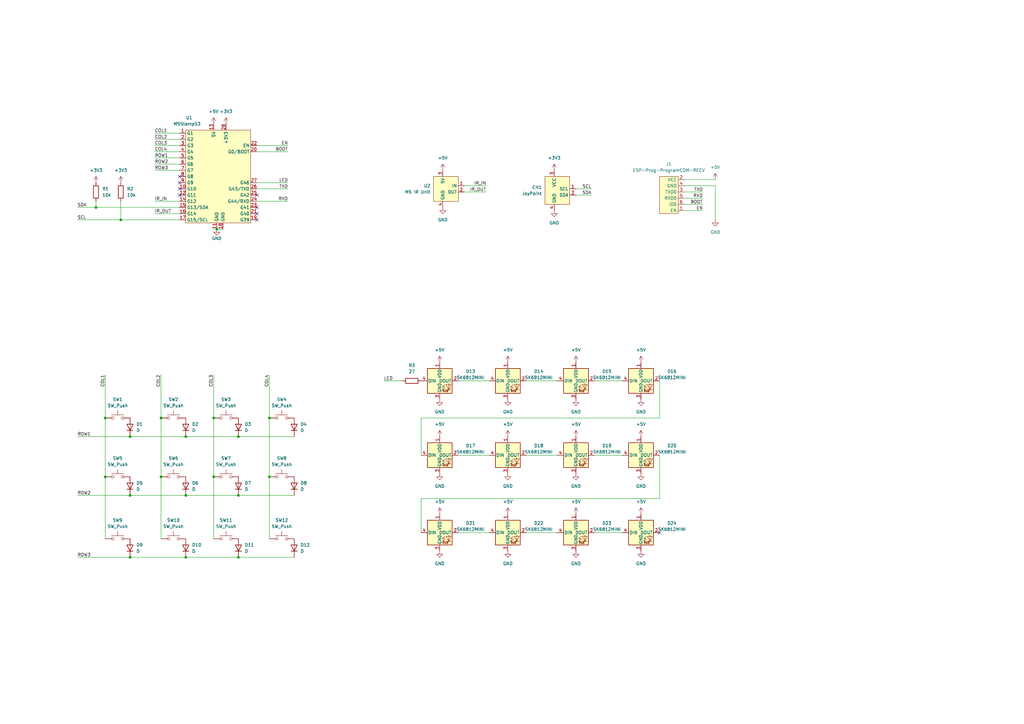
<source format=kicad_sch>
(kicad_sch (version 20230121) (generator eeschema)
  (paper "A3")
  (lib_symbols
    (symbol "$74th:+3.3V" (power) (pin_names (offset 0))
      (property "Value" "+3.3V" (at 0 3.556 0))
      (symbol "+3.3V_0_1"
        (polyline (pts (xy -0.762 1.27) (xy 0 2.54)))
        (polyline (pts (xy 0 0) (xy 0 2.54)))
        (polyline (pts (xy 0 2.54) (xy 0.762 1.27)))
      )
      (symbol "+3.3V_1_1"
        (pin power_in line (at 0 0 90) (length 0) hide (name "+3V3") (number "1"))
      )
    )
    (symbol "$74th:ESP-Prog-ProgramCOM-RECV"
      (property "Reference" "J" (at 0 5.08 0))
      (property "Value" "ESP-Prog-ProgramCOM-RECV" (at 0 7.62 0))
      (symbol "ESP-Prog-ProgramCOM-RECV_0_1"
        (rectangle (start -3.81 3.81) (end 3.81 -11.43) (stroke (width 0.1524)) (fill (type background)))
      )
      (symbol "ESP-Prog-ProgramCOM-RECV_1_1"
        (pin output line (at 6.35 -10.16 180) (length 2.54) (name "EN") (number "1"))
        (pin power_out line (at 6.35 2.54 180) (length 2.54) (name "VCC") (number "2"))
        (pin input line (at 6.35 -2.54 180) (length 2.54) (name "TXD0") (number "3"))
        (pin power_out line (at 6.35 0 180) (length 2.54) (name "GND") (number "4"))
        (pin output line (at 6.35 -5.08 180) (length 2.54) (name "RXD0") (number "5"))
        (pin output line (at 6.35 -7.62 180) (length 2.54) (name "IO0") (number "6"))
      )
    )
    (symbol "$74th:I2C_Grove_Device"
      (property "Reference" "CH" (at -8.89 1.27 0))
      (property "Value" "I2C_Grove_Device" (at -15.24 -1.27 0))
      (symbol "I2C_Grove_Device_0_1"
        (rectangle (start -6.35 6.35) (end 3.81 -5.08) (stroke (width 0.1524)) (fill (type background)))
      )
      (symbol "I2C_Grove_Device_1_1"
        (pin bidirectional line (at 6.35 1.27 180) (length 2.54) (name "SCL") (number "1"))
        (pin bidirectional line (at 6.35 -1.27 180) (length 2.54) (name "SDA") (number "2"))
        (pin power_in line (at -2.54 8.89 270) (length 2.54) (name "VCC") (number "3"))
        (pin power_in line (at -2.54 -7.62 90) (length 2.54) (name "GND") (number "4"))
      )
    )
    (symbol "$74th:M5StampS3"
      (property "Reference" "U" (at -16.51 6.35 0))
      (property "Value" "M5StampS3" (at -16.51 3.81 0))
      (symbol "M5StampS3_1_1"
        (rectangle (start -17.78 1.27) (end 8.89 -36.83) (fill (type background)))
        (pin bidirectional line (at -20.32 0 0) (length 2.54) (name "G1") (number "1"))
        (pin bidirectional line (at -20.32 -22.86 0) (length 2.54) (name "G10") (number "10"))
        (pin power_out line (at -5.08 -39.37 90) (length 2.54) (name "GND") (number "11"))
        (pin bidirectional line (at -20.32 -25.4 0) (length 2.54) (name "G11") (number "12"))
        (pin power_out line (at -6.35 3.81 270) (length 2.54) (name "5V") (number "13"))
        (pin bidirectional line (at -20.32 -27.94 0) (length 2.54) (name "G12") (number "14"))
        (pin bidirectional line (at -20.32 -30.48 0) (length 2.54) (name "G13/SDA") (number "15"))
        (pin bidirectional line (at -20.32 -33.02 0) (length 2.54) (name "G14") (number "16"))
        (pin bidirectional line (at -20.32 -35.56 0) (length 2.54) (name "G15/SCL") (number "17"))
        (pin power_out line (at -2.54 -39.37 90) (length 2.54) (name "GND") (number "18"))
        (pin bidirectional line (at 11.43 -35.56 180) (length 2.54) (name "G39") (number "19"))
        (pin bidirectional line (at -20.32 -2.54 0) (length 2.54) (name "G2") (number "2"))
        (pin bidirectional line (at 11.43 -7.62 180) (length 2.54) (name "G0/BOOT") (number "20"))
        (pin bidirectional line (at 11.43 -33.02 180) (length 2.54) (name "G40") (number "21"))
        (pin input line (at 11.43 -5.08 180) (length 2.54) (name "EN") (number "22"))
        (pin bidirectional line (at 11.43 -30.48 180) (length 2.54) (name "G41") (number "23"))
        (pin bidirectional line (at 11.43 -27.94 180) (length 2.54) (name "G44/RXD") (number "24"))
        (pin bidirectional line (at 11.43 -25.4 180) (length 2.54) (name "G42") (number "25"))
        (pin bidirectional line (at 11.43 -22.86 180) (length 2.54) (name "G43/TXD") (number "26"))
        (pin bidirectional line (at 11.43 -20.32 180) (length 2.54) (name "G46") (number "27"))
        (pin power_out line (at -1.27 3.81 270) (length 2.54) (name "+3V3") (number "28"))
        (pin bidirectional line (at -20.32 -5.08 0) (length 2.54) (name "G3") (number "3"))
        (pin bidirectional line (at -20.32 -7.62 0) (length 2.54) (name "G4") (number "4"))
        (pin bidirectional line (at -20.32 -10.16 0) (length 2.54) (name "G5") (number "5"))
        (pin bidirectional line (at -20.32 -12.7 0) (length 2.54) (name "G6") (number "6"))
        (pin bidirectional line (at -20.32 -15.24 0) (length 2.54) (name "G7") (number "7"))
        (pin bidirectional line (at -20.32 -17.78 0) (length 2.54) (name "G8") (number "8"))
        (pin bidirectional line (at -20.32 -20.32 0) (length 2.54) (name "G9") (number "9"))
      )
    )
    (symbol "$74th:M5_IR_Unit"
      (property "Reference" "U" (at 1.27 6.35 0))
      (property "Value" "M5 IR Unit" (at 3.81 3.81 0))
      (symbol "M5_IR_Unit_1_1"
        (rectangle (start -7.62 2.54) (end 2.54 -7.62) (fill (type background)))
        (pin output line (at 5.08 -1.27 180) (length 2.54) (name "IN") (number "1"))
        (pin input line (at 5.08 -3.81 180) (length 2.54) (name "OUT") (number "2"))
        (pin power_in line (at -3.81 5.08 270) (length 2.54) (name "5V") (number "3"))
        (pin power_in line (at -3.81 -10.16 90) (length 2.54) (name "GND") (number "4"))
      )
    )
    (symbol "$74th:SK6812MINI" (pin_names (offset 0.254))
      (property "Reference" "D" (at 5.08 5.715 0))
      (property "Value" "SK6812MINI" (at 1.27 -5.715 0))
      (symbol "SK6812MINI_0_0"
        (text "RGB" (at 2.286 -4.191 0) (effects (font (size 0.762 0.762))))
      )
      (symbol "SK6812MINI_0_1"
        (polyline (pts (xy 1.27 -3.556) (xy 1.778 -3.556)))
        (polyline (pts (xy 1.27 -2.54) (xy 1.778 -2.54)))
        (polyline (pts (xy 4.699 -3.556) (xy 2.667 -3.556)))
        (polyline (pts (xy 2.286 -2.54) (xy 1.27 -3.556) (xy 1.27 -3.048)))
        (polyline (pts (xy 2.286 -1.524) (xy 1.27 -2.54) (xy 1.27 -2.032)))
        (polyline (pts (xy 3.683 -1.016) (xy 3.683 -3.556) (xy 3.683 -4.064)))
        (polyline (pts (xy 4.699 -1.524) (xy 2.667 -1.524) (xy 3.683 -3.556) (xy 4.699 -1.524)))
        (rectangle (start 5.08 5.08) (end -5.08 -5.08) (stroke (width 0.254)) (fill (type background)))
      )
      (symbol "SK6812MINI_1_1"
        (pin power_in line (at 0 7.62 270) (length 2.54) (name "VDD") (number "1"))
        (pin output line (at 7.62 0 180) (length 2.54) (name "DOUT") (number "2"))
        (pin power_in line (at 0 -7.62 90) (length 2.54) (name "GND") (number "3"))
        (pin input line (at -7.62 0 0) (length 2.54) (name "DIN") (number "4"))
      )
    )
    (symbol "Device:D" (pin_numbers hide) (pin_names (offset 1.016) hide)
      (property "Reference" "D" (at 0 2.54 0))
      (property "Value" "D" (at 0 -2.54 0))
      (symbol "D_0_1"
        (polyline (pts (xy -1.27 1.27) (xy -1.27 -1.27)) (stroke (width 0.254)))
        (polyline (pts (xy 1.27 0) (xy -1.27 0)))
        (polyline (pts (xy 1.27 1.27) (xy 1.27 -1.27) (xy -1.27 0) (xy 1.27 1.27)) (stroke (width 0.254)))
      )
      (symbol "D_1_1"
        (pin passive line (at -3.81 0 0) (length 2.54) (name "K") (number "1"))
        (pin passive line (at 3.81 0 180) (length 2.54) (name "A") (number "2"))
      )
    )
    (symbol "Device:R" (pin_numbers hide) (pin_names (offset 0))
      (property "Reference" "R" (at 2.032 0 90))
      (property "Value" "R" (at 0 0 90))
      (symbol "R_0_1"
        (rectangle (start -1.016 -2.54) (end 1.016 2.54) (stroke (width 0.254)))
      )
      (symbol "R_1_1"
        (pin passive line (at 0 3.81 270) (length 1.27) (name "~") (number "1"))
        (pin passive line (at 0 -3.81 90) (length 1.27) (name "~") (number "2"))
      )
    )
    (symbol "Switch:SW_Push" (pin_numbers hide) (pin_names (offset 1.016) hide)
      (property "Reference" "SW" (at 1.27 2.54 0))
      (property "Value" "SW_Push" (at 0 -1.524 0))
      (symbol "SW_Push_0_1"
        (circle (center -2.032 0) (radius 0.508))
        (polyline (pts (xy 0 1.27) (xy 0 3.048)))
        (polyline (pts (xy 2.54 1.27) (xy -2.54 1.27)))
        (circle (center 2.032 0) (radius 0.508))
        (pin passive line (at -5.08 0 0) (length 2.54) (name "1") (number "1"))
        (pin passive line (at 5.08 0 180) (length 2.54) (name "2") (number "2"))
      )
    )
    (symbol "power:+5V" (power) (pin_names (offset 0))
      (property "Value" "+5V" (at 0 3.556 0))
      (symbol "+5V_0_1"
        (polyline (pts (xy -0.762 1.27) (xy 0 2.54)))
        (polyline (pts (xy 0 0) (xy 0 2.54)))
        (polyline (pts (xy 0 2.54) (xy 0.762 1.27)))
      )
      (symbol "+5V_1_1"
        (pin power_in line (at 0 0 90) (length 0) hide (name "+5V") (number "1"))
      )
    )
    (symbol "power:GND" (power) (pin_names (offset 0))
      (property "Value" "GND" (at 0 -3.81 0))
      (symbol "GND_0_1"
        (polyline (pts (xy 0 0) (xy 0 -1.27) (xy 1.27 -1.27) (xy 0 -2.54) (xy -1.27 -1.27) (xy 0 -1.27)))
      )
      (symbol "GND_1_1"
        (pin power_in line (at 0 0 270) (length 0) hide (name "GND") (number "1"))
      )
    )
  )
  (junction (at 97.79 228.6))
  (junction (at 97.79 203.2))
  (junction (at 53.34 228.6))
  (junction (at 97.79 179.07))
  (junction (at 66.04 171.45))
  (junction (at 53.34 203.2))
  (junction (at 110.49 195.58))
  (junction (at 87.63 195.58))
  (junction (at 76.2 179.07))
  (junction (at 87.63 171.45))
  (junction (at 110.49 171.45))
  (junction (at 43.18 171.45))
  (junction (at 39.37 85.09))
  (junction (at 49.53 90.17))
  (junction (at 88.9 93.98))
  (junction (at 66.04 195.58))
  (junction (at 43.18 195.58))
  (junction (at 76.2 203.2))
  (junction (at 53.34 179.07))
  (junction (at 76.2 228.6))
  (no_connect (at 105.41 80.01))
  (no_connect (at 105.41 90.17))
  (no_connect (at 105.41 85.09))
  (no_connect (at 73.66 77.47))
  (no_connect (at 105.41 87.63))
  (no_connect (at 73.66 80.01))
  (no_connect (at 73.66 74.93))
  (no_connect (at 270.51 218.44))
  (no_connect (at 73.66 72.39))
  (wire (pts (xy 76.2 179.07) (xy 97.79 179.07)))
  (wire (pts (xy 280.67 78.74) (xy 288.29 78.74)))
  (wire (pts (xy 157.48 156.21) (xy 165.1 156.21)))
  (wire (pts (xy 49.53 90.17) (xy 49.53 82.55)))
  (wire (pts (xy 187.96 156.21) (xy 200.66 156.21)))
  (wire (pts (xy 236.22 77.47) (xy 242.57 77.47)))
  (wire (pts (xy 105.41 62.23) (xy 118.11 62.23)))
  (wire (pts (xy 280.67 81.28) (xy 288.29 81.28)))
  (wire (pts (xy 39.37 82.55) (xy 39.37 85.09)))
  (wire (pts (xy 105.41 82.55) (xy 118.11 82.55)))
  (wire (pts (xy 43.18 153.67) (xy 43.18 171.45)))
  (wire (pts (xy 87.63 195.58) (xy 87.63 220.98)))
  (wire (pts (xy 63.5 87.63) (xy 73.66 87.63)))
  (wire (pts (xy 63.5 59.69) (xy 73.66 59.69)))
  (wire (pts (xy 105.41 59.69) (xy 118.11 59.69)))
  (wire (pts (xy 270.51 156.21) (xy 270.51 171.45)))
  (wire (pts (xy 63.5 67.31) (xy 73.66 67.31)))
  (wire (pts (xy 63.5 82.55) (xy 73.66 82.55)))
  (wire (pts (xy 43.18 195.58) (xy 43.18 220.98)))
  (wire (pts (xy 97.79 228.6) (xy 120.65 228.6)))
  (wire (pts (xy 97.79 179.07) (xy 120.65 179.07)))
  (wire (pts (xy 87.63 171.45) (xy 87.63 195.58)))
  (wire (pts (xy 39.37 85.09) (xy 73.66 85.09)))
  (wire (pts (xy 31.75 203.2) (xy 53.34 203.2)))
  (wire (pts (xy 66.04 153.67) (xy 66.04 171.45)))
  (wire (pts (xy 49.53 90.17) (xy 73.66 90.17)))
  (wire (pts (xy 31.75 85.09) (xy 39.37 85.09)))
  (wire (pts (xy 66.04 195.58) (xy 66.04 220.98)))
  (wire (pts (xy 190.5 78.74) (xy 199.39 78.74)))
  (wire (pts (xy 97.79 203.2) (xy 120.65 203.2)))
  (wire (pts (xy 88.9 93.98) (xy 91.44 93.98)))
  (wire (pts (xy 66.04 171.45) (xy 66.04 195.58)))
  (wire (pts (xy 105.41 77.47) (xy 118.11 77.47)))
  (wire (pts (xy 215.9 186.69) (xy 228.6 186.69)))
  (wire (pts (xy 280.67 86.36) (xy 288.29 86.36)))
  (wire (pts (xy 53.34 179.07) (xy 76.2 179.07)))
  (wire (pts (xy 215.9 218.44) (xy 228.6 218.44)))
  (wire (pts (xy 280.67 73.66) (xy 293.37 73.66)))
  (wire (pts (xy 270.51 204.47) (xy 172.72 204.47)))
  (wire (pts (xy 215.9 156.21) (xy 228.6 156.21)))
  (wire (pts (xy 270.51 186.69) (xy 270.51 204.47)))
  (wire (pts (xy 63.5 54.61) (xy 73.66 54.61)))
  (wire (pts (xy 53.34 203.2) (xy 76.2 203.2)))
  (wire (pts (xy 105.41 74.93) (xy 118.11 74.93)))
  (wire (pts (xy 236.22 80.01) (xy 242.57 80.01)))
  (wire (pts (xy 63.5 64.77) (xy 73.66 64.77)))
  (wire (pts (xy 87.63 153.67) (xy 87.63 171.45)))
  (wire (pts (xy 280.67 83.82) (xy 288.29 83.82)))
  (wire (pts (xy 110.49 195.58) (xy 110.49 220.98)))
  (wire (pts (xy 53.34 228.6) (xy 76.2 228.6)))
  (wire (pts (xy 243.84 156.21) (xy 255.27 156.21)))
  (wire (pts (xy 187.96 186.69) (xy 200.66 186.69)))
  (wire (pts (xy 63.5 62.23) (xy 73.66 62.23)))
  (wire (pts (xy 63.5 69.85) (xy 73.66 69.85)))
  (wire (pts (xy 110.49 171.45) (xy 110.49 195.58)))
  (wire (pts (xy 243.84 186.69) (xy 255.27 186.69)))
  (wire (pts (xy 63.5 57.15) (xy 73.66 57.15)))
  (wire (pts (xy 270.51 171.45) (xy 172.72 171.45)))
  (wire (pts (xy 43.18 171.45) (xy 43.18 195.58)))
  (wire (pts (xy 76.2 203.2) (xy 97.79 203.2)))
  (wire (pts (xy 190.5 76.2) (xy 199.39 76.2)))
  (wire (pts (xy 31.75 228.6) (xy 53.34 228.6)))
  (wire (pts (xy 31.75 90.17) (xy 49.53 90.17)))
  (wire (pts (xy 31.75 179.07) (xy 53.34 179.07)))
  (wire (pts (xy 187.96 218.44) (xy 200.66 218.44)))
  (wire (pts (xy 243.84 218.44) (xy 255.27 218.44)))
  (wire (pts (xy 280.67 76.2) (xy 293.37 76.2)))
  (wire (pts (xy 172.72 204.47) (xy 172.72 218.44)))
  (wire (pts (xy 172.72 171.45) (xy 172.72 186.69)))
  (wire (pts (xy 110.49 153.67) (xy 110.49 171.45)))
  (wire (pts (xy 76.2 228.6) (xy 97.79 228.6)))
  (wire (pts (xy 293.37 76.2) (xy 293.37 90.17)))
  (label "LED" (at 118.11 74.93 180))
  (label "SCL" (at 242.57 77.47 180))
  (label "COL3" (at 87.63 153.67 270))
  (label "BOOT" (at 118.11 62.23 180))
  (label "IR_OUT" (at 199.39 78.74 180))
  (label "IR_IN" (at 199.39 76.2 180))
  (label "EN" (at 288.29 86.36 180))
  (label "BOOT" (at 288.29 83.82 180))
  (label "TXD" (at 288.29 78.74 180))
  (label "IR_IN" (at 63.5 82.55 0))
  (label "ROW2" (at 31.75 203.2 0))
  (label "COL2" (at 63.5 57.15 0))
  (label "COL2" (at 66.04 153.67 270))
  (label "RXD" (at 118.11 82.55 180))
  (label "ROW2" (at 63.5 67.31 0))
  (label "ROW1" (at 63.5 64.77 0))
  (label "ROW1" (at 31.75 179.07 0))
  (label "SDA" (at 242.57 80.01 180))
  (label "SDA" (at 31.75 85.09 0))
  (label "TXD" (at 118.11 77.47 180))
  (label "COL4" (at 63.5 62.23 0))
  (label "COL3" (at 63.5 59.69 0))
  (label "RXD" (at 288.29 81.28 180))
  (label "LED" (at 157.48 156.21 0))
  (label "COL1" (at 63.5 54.61 0))
  (label "SCL" (at 31.75 90.17 0))
  (label "ROW3" (at 31.75 228.6 0))
  (label "ROW3" (at 63.5 69.85 0))
  (label "COL4" (at 110.49 153.67 270))
  (label "EN" (at 118.11 59.69 180))
  (label "IR_OUT" (at 63.5 87.63 0))
  (label "COL1" (at 43.18 153.67 270))
  (symbol (lib_id "Switch:SW_Push") (at 92.71 195.58 0) (unit 1)
    (property "Reference" "SW7" (at 92.71 187.96 0))
    (property "Value" "SW_Push" (at 92.71 190.5 0))
    (property "Footprint" "$sparrow62:Choc_1Side_1.0u" (effects hide))
  )
  (symbol (lib_id "power:+5V") (at 87.63 50.8 0) (unit 1)
    (property "Reference" "#PWR04" (effects hide))
    (property "Value" "+5V" (at 87.63 45.72 0))
  )
  (symbol (lib_id "Device:R") (at 168.91 156.21 270) (unit 1)
    (property "Reference" "R3" (at 168.91 149.86 90))
    (property "Value" "27" (at 168.91 152.4 90))
    (property "Footprint" "$74th:Capacitor_0805_2012" (effects hide))
  )
  (symbol (lib_id "$74th:+3.3V") (at 92.71 50.8 0) (unit 1)
    (property "Reference" "#PWR03" (effects hide))
    (property "Value" "+3.3V" (at 92.71 45.72 0))
  )
  (symbol (lib_id "$74th:+3.3V") (at 39.37 74.93 0) (unit 1)
    (property "Reference" "#PWR01" (effects hide))
    (property "Value" "+3.3V" (at 39.37 69.85 0))
  )
  (symbol (lib_id "$74th:SK6812MINI") (at 262.89 186.69 0) (unit 1)
    (property "Reference" "D20" (at 275.59 182.8039 0))
    (property "Value" "SK6812MINI" (at 275.59 185.3439 0))
    (property "Footprint" "$74th:YS-SK6812MINI-E-BACK-RIGHT" (effects hide))
    (property "Datasheet" "https://cdn-shop.adafruit.com/product-files/2686/SK6812MINI_REV.01-1-2.pdf" (effects hide))
  )
  (symbol (lib_id "power:GND") (at 293.37 90.17 0) (unit 1)
    (property "Reference" "#PWR07" (effects hide))
    (property "Value" "GND" (at 293.37 95.25 0))
  )
  (symbol (lib_id "$74th:M5StampS3") (at 93.98 54.61 0) (unit 1)
    (property "Reference" "U1" (at 76.2 48.26 0) (effects (justify left)))
    (property "Value" "M5StampS3" (at 71.12 50.8 0) (effects (justify left)))
    (property "Footprint" "$74th-imported:STAMP-S3-DIP" (effects hide))
  )
  (symbol (lib_id "$74th:SK6812MINI") (at 208.28 186.69 0) (unit 1)
    (property "Reference" "D18" (at 220.98 182.8039 0))
    (property "Value" "SK6812MINI" (at 220.98 185.3439 0))
    (property "Footprint" "$74th:YS-SK6812MINI-E-BACK-RIGHT" (effects hide))
    (property "Datasheet" "https://cdn-shop.adafruit.com/product-files/2686/SK6812MINI_REV.01-1-2.pdf" (effects hide))
  )
  (symbol (lib_id "$74th:SK6812MINI") (at 236.22 186.69 0) (unit 1)
    (property "Reference" "D19" (at 248.92 182.8039 0))
    (property "Value" "SK6812MINI" (at 248.92 185.3439 0))
    (property "Footprint" "$74th:YS-SK6812MINI-E-BACK-RIGHT" (effects hide))
    (property "Datasheet" "https://cdn-shop.adafruit.com/product-files/2686/SK6812MINI_REV.01-1-2.pdf" (effects hide))
  )
  (symbol (lib_id "power:+5V") (at 208.28 148.59 0) (unit 1)
    (property "Reference" "#PWR018" (effects hide))
    (property "Value" "+5V" (at 208.28 143.51 0))
  )
  (symbol (lib_id "power:+5V") (at 262.89 179.07 0) (unit 1)
    (property "Reference" "#PWR024" (effects hide))
    (property "Value" "+5V" (at 262.89 173.99 0))
  )
  (symbol (lib_id "power:+5V") (at 180.34 179.07 0) (unit 1)
    (property "Reference" "#PWR014" (effects hide))
    (property "Value" "+5V" (at 180.34 173.99 0))
  )
  (symbol (lib_id "Switch:SW_Push") (at 92.71 220.98 0) (unit 1)
    (property "Reference" "SW11" (at 92.71 213.36 0))
    (property "Value" "SW_Push" (at 92.71 215.9 0))
    (property "Footprint" "$sparrow62:Choc_1Side_1.0u" (effects hide))
  )
  (symbol (lib_id "power:GND") (at 236.22 194.31 0) (unit 1)
    (property "Reference" "#PWR027" (effects hide))
    (property "Value" "GND" (at 236.22 199.39 0))
  )
  (symbol (lib_id "power:GND") (at 180.34 226.06 0) (unit 1)
    (property "Reference" "#PWR017" (effects hide))
    (property "Value" "GND" (at 180.34 231.14 0))
  )
  (symbol (lib_id "Switch:SW_Push") (at 71.12 220.98 0) (unit 1)
    (property "Reference" "SW10" (at 71.12 213.36 0))
    (property "Value" "SW_Push" (at 71.12 215.9 0))
    (property "Footprint" "$sparrow62:Choc_1Side_1.0u" (effects hide))
  )
  (symbol (lib_id "$74th:M5_IR_Unit") (at 185.42 74.93 0) (unit 1)
    (property "Reference" "U2" (at 176.53 76.2 0) (effects (justify right)))
    (property "Value" "M5 IR Unit" (at 176.53 78.74 0) (effects (justify right)))
    (property "Footprint" "$74th:HY2.0_Socket_SMD_4Pin" (effects hide))
  )
  (symbol (lib_id "power:GND") (at 180.34 194.31 0) (unit 1)
    (property "Reference" "#PWR015" (effects hide))
    (property "Value" "GND" (at 180.34 199.39 0))
  )
  (symbol (lib_id "Switch:SW_Push") (at 115.57 195.58 0) (unit 1)
    (property "Reference" "SW8" (at 115.57 187.96 0))
    (property "Value" "SW_Push" (at 115.57 190.5 0))
    (property "Footprint" "$sparrow62:Choc_1Side_1.0u" (effects hide))
  )
  (symbol (lib_id "Device:D") (at 53.34 175.26 90) (unit 1)
    (property "Reference" "D1" (at 55.88 173.99 90) (effects (justify right)))
    (property "Value" "D" (at 55.88 176.53 90) (effects (justify right)))
    (property "Footprint" "$sparrow62:D3_SMD_v2" (effects hide))
    (property "Sim.Device" "D" (effects hide))
    (property "Sim.Pins" "1=K 2=A" (effects hide))
  )
  (symbol (lib_id "Device:D") (at 120.65 199.39 90) (unit 1)
    (property "Reference" "D8" (at 123.19 198.12 90) (effects (justify right)))
    (property "Value" "D" (at 123.19 200.66 90) (effects (justify right)))
    (property "Footprint" "$sparrow62:D3_SMD_v2" (effects hide))
    (property "Sim.Device" "D" (effects hide))
    (property "Sim.Pins" "1=K 2=A" (effects hide))
  )
  (symbol (lib_id "$74th:SK6812MINI") (at 180.34 156.21 0) (unit 1)
    (property "Reference" "D13" (at 193.04 152.3239 0))
    (property "Value" "SK6812MINI" (at 193.04 154.8639 0))
    (property "Footprint" "$74th:YS-SK6812MINI-E-BACK-RIGHT" (effects hide))
    (property "Datasheet" "https://cdn-shop.adafruit.com/product-files/2686/SK6812MINI_REV.01-1-2.pdf" (effects hide))
  )
  (symbol (lib_id "Device:D") (at 97.79 224.79 90) (unit 1)
    (property "Reference" "D11" (at 100.33 223.52 90) (effects (justify right)))
    (property "Value" "D" (at 100.33 226.06 90) (effects (justify right)))
    (property "Footprint" "$sparrow62:D3_SMD_v2" (effects hide))
    (property "Sim.Device" "D" (effects hide))
    (property "Sim.Pins" "1=K 2=A" (effects hide))
  )
  (symbol (lib_id "power:GND") (at 262.89 226.06 0) (unit 1)
    (property "Reference" "#PWR035" (effects hide))
    (property "Value" "GND" (at 262.89 231.14 0))
  )
  (symbol (lib_id "$74th:SK6812MINI") (at 236.22 156.21 0) (unit 1)
    (property "Reference" "D15" (at 248.92 152.3239 0))
    (property "Value" "SK6812MINI" (at 248.92 154.8639 0))
    (property "Footprint" "$74th:YS-SK6812MINI-E-BACK-RIGHT" (effects hide))
    (property "Datasheet" "https://cdn-shop.adafruit.com/product-files/2686/SK6812MINI_REV.01-1-2.pdf" (effects hide))
  )
  (symbol (lib_id "$74th:ESP-Prog-ProgramCOM-RECV") (at 274.32 76.2 0) (unit 1)
    (property "Reference" "J1" (at 274.32 67.31 0))
    (property "Value" "ESP-Prog-ProgramCOM-RECV" (at 274.32 69.85 0))
    (property "Footprint" "$74th:BoxPinHeader_2x03_P1.27mm_Vertical" (effects hide))
  )
  (symbol (lib_id "Device:R") (at 49.53 78.74 0) (unit 1)
    (property "Reference" "R2" (at 52.07 77.47 0) (effects (justify left)))
    (property "Value" "10k" (at 52.07 80.01 0) (effects (justify left)))
    (property "Footprint" "$74th:Capacitor_0805_2012" (effects hide))
  )
  (symbol (lib_id "power:+5V") (at 208.28 210.82 0) (unit 1)
    (property "Reference" "#PWR030" (effects hide))
    (property "Value" "+5V" (at 208.28 205.74 0))
  )
  (symbol (lib_id "power:GND") (at 180.34 163.83 0) (unit 1)
    (property "Reference" "#PWR013" (effects hide))
    (property "Value" "GND" (at 180.34 168.91 0))
  )
  (symbol (lib_id "$74th:+3.3V") (at 227.33 69.85 0) (unit 1)
    (property "Reference" "#PWR08" (effects hide))
    (property "Value" "+3.3V" (at 227.33 64.77 0))
  )
  (symbol (lib_id "Device:D") (at 97.79 199.39 90) (unit 1)
    (property "Reference" "D7" (at 100.33 198.12 90) (effects (justify right)))
    (property "Value" "D" (at 100.33 200.66 90) (effects (justify right)))
    (property "Footprint" "$sparrow62:D3_SMD_v2" (effects hide))
    (property "Sim.Device" "D" (effects hide))
    (property "Sim.Pins" "1=K 2=A" (effects hide))
  )
  (symbol (lib_id "Device:D") (at 76.2 224.79 90) (unit 1)
    (property "Reference" "D10" (at 78.74 223.52 90) (effects (justify right)))
    (property "Value" "D" (at 78.74 226.06 90) (effects (justify right)))
    (property "Footprint" "$sparrow62:D3_SMD_v2" (effects hide))
    (property "Sim.Device" "D" (effects hide))
    (property "Sim.Pins" "1=K 2=A" (effects hide))
  )
  (symbol (lib_id "power:+5V") (at 293.37 73.66 0) (unit 1)
    (property "Reference" "#PWR05" (effects hide))
    (property "Value" "+5V" (at 293.37 68.58 0))
  )
  (symbol (lib_id "power:+5V") (at 262.89 148.59 0) (unit 1)
    (property "Reference" "#PWR022" (effects hide))
    (property "Value" "+5V" (at 262.89 143.51 0))
  )
  (symbol (lib_id "power:+5V") (at 262.89 210.82 0) (unit 1)
    (property "Reference" "#PWR034" (effects hide))
    (property "Value" "+5V" (at 262.89 205.74 0))
  )
  (symbol (lib_id "$74th:SK6812MINI") (at 180.34 186.69 0) (unit 1)
    (property "Reference" "D17" (at 193.04 182.8039 0))
    (property "Value" "SK6812MINI" (at 193.04 185.3439 0))
    (property "Footprint" "$74th:YS-SK6812MINI-E-BACK-RIGHT" (effects hide))
    (property "Datasheet" "https://cdn-shop.adafruit.com/product-files/2686/SK6812MINI_REV.01-1-2.pdf" (effects hide))
  )
  (symbol (lib_id "power:+5V") (at 181.61 69.85 0) (unit 1)
    (property "Reference" "#PWR010" (effects hide))
    (property "Value" "+5V" (at 181.61 64.77 0))
  )
  (symbol (lib_id "Switch:SW_Push") (at 115.57 220.98 0) (unit 1)
    (property "Reference" "SW12" (at 115.57 213.36 0))
    (property "Value" "SW_Push" (at 115.57 215.9 0))
    (property "Footprint" "$sparrow62:Choc_1Side_1.0u" (effects hide))
  )
  (symbol (lib_id "$74th:SK6812MINI") (at 236.22 218.44 0) (unit 1)
    (property "Reference" "D23" (at 248.92 214.5539 0))
    (property "Value" "SK6812MINI" (at 248.92 217.0939 0))
    (property "Footprint" "$74th:YS-SK6812MINI-E-BACK-RIGHT" (effects hide))
    (property "Datasheet" "https://cdn-shop.adafruit.com/product-files/2686/SK6812MINI_REV.01-1-2.pdf" (effects hide))
  )
  (symbol (lib_id "power:GND") (at 227.33 86.36 0) (unit 1)
    (property "Reference" "#PWR09" (effects hide))
    (property "Value" "GND" (at 227.33 91.44 0))
  )
  (symbol (lib_id "power:GND") (at 236.22 226.06 0) (unit 1)
    (property "Reference" "#PWR033" (effects hide))
    (property "Value" "GND" (at 236.22 231.14 0))
  )
  (symbol (lib_id "power:+5V") (at 236.22 179.07 0) (unit 1)
    (property "Reference" "#PWR026" (effects hide))
    (property "Value" "+5V" (at 236.22 173.99 0))
  )
  (symbol (lib_id "Device:D") (at 120.65 175.26 90) (unit 1)
    (property "Reference" "D4" (at 123.19 173.99 90) (effects (justify right)))
    (property "Value" "D" (at 123.19 176.53 90) (effects (justify right)))
    (property "Footprint" "$sparrow62:D3_SMD_v2" (effects hide))
    (property "Sim.Device" "D" (effects hide))
    (property "Sim.Pins" "1=K 2=A" (effects hide))
  )
  (symbol (lib_id "power:GND") (at 208.28 163.83 0) (unit 1)
    (property "Reference" "#PWR019" (effects hide))
    (property "Value" "GND" (at 208.28 168.91 0))
  )
  (symbol (lib_id "power:GND") (at 208.28 226.06 0) (unit 1)
    (property "Reference" "#PWR031" (effects hide))
    (property "Value" "GND" (at 208.28 231.14 0))
  )
  (symbol (lib_id "power:GND") (at 88.9 93.98 0) (unit 1)
    (property "Reference" "#PWR06" (effects hide))
    (property "Value" "GND" (at 88.9 97.79 0))
  )
  (symbol (lib_id "$74th:SK6812MINI") (at 208.28 156.21 0) (unit 1)
    (property "Reference" "D14" (at 220.98 152.3239 0))
    (property "Value" "SK6812MINI" (at 220.98 154.8639 0))
    (property "Footprint" "$74th:YS-SK6812MINI-E-BACK-RIGHT" (effects hide))
    (property "Datasheet" "https://cdn-shop.adafruit.com/product-files/2686/SK6812MINI_REV.01-1-2.pdf" (effects hide))
  )
  (symbol (lib_id "power:+5V") (at 180.34 210.82 0) (unit 1)
    (property "Reference" "#PWR016" (effects hide))
    (property "Value" "+5V" (at 180.34 205.74 0))
  )
  (symbol (lib_id "Switch:SW_Push") (at 48.26 220.98 0) (unit 1)
    (property "Reference" "SW9" (at 48.26 213.36 0))
    (property "Value" "SW_Push" (at 48.26 215.9 0))
    (property "Footprint" "$sparrow62:Choc_1Side_1.0u" (effects hide))
  )
  (symbol (lib_id "Switch:SW_Push") (at 71.12 171.45 0) (unit 1)
    (property "Reference" "SW2" (at 71.12 163.83 0))
    (property "Value" "SW_Push" (at 71.12 166.37 0))
    (property "Footprint" "$sparrow62:Choc_1Side_1.0u" (effects hide))
  )
  (symbol (lib_id "$74th:SK6812MINI") (at 262.89 218.44 0) (unit 1)
    (property "Reference" "D24" (at 275.59 214.5539 0))
    (property "Value" "SK6812MINI" (at 275.59 217.0939 0))
    (property "Footprint" "$74th:YS-SK6812MINI-E-BACK-RIGHT" (effects hide))
    (property "Datasheet" "https://cdn-shop.adafruit.com/product-files/2686/SK6812MINI_REV.01-1-2.pdf" (effects hide))
  )
  (symbol (lib_id "Switch:SW_Push") (at 48.26 195.58 0) (unit 1)
    (property "Reference" "SW5" (at 48.26 187.96 0))
    (property "Value" "SW_Push" (at 48.26 190.5 0))
    (property "Footprint" "$sparrow62:Choc_1Side_1.0u" (effects hide))
  )
  (symbol (lib_id "Switch:SW_Push") (at 92.71 171.45 0) (unit 1)
    (property "Reference" "SW3" (at 92.71 163.83 0))
    (property "Value" "SW_Push" (at 92.71 166.37 0))
    (property "Footprint" "$sparrow62:Choc_1Side_1.0u" (effects hide))
  )
  (symbol (lib_id "$74th:SK6812MINI") (at 180.34 218.44 0) (unit 1)
    (property "Reference" "D21" (at 193.04 214.5539 0))
    (property "Value" "SK6812MINI" (at 193.04 217.0939 0))
    (property "Footprint" "$74th:YS-SK6812MINI-E-BACK-RIGHT" (effects hide))
    (property "Datasheet" "https://cdn-shop.adafruit.com/product-files/2686/SK6812MINI_REV.01-1-2.pdf" (effects hide))
  )
  (symbol (lib_id "$74th:SK6812MINI") (at 208.28 218.44 0) (unit 1)
    (property "Reference" "D22" (at 220.98 214.5539 0))
    (property "Value" "SK6812MINI" (at 220.98 217.0939 0))
    (property "Footprint" "$74th:YS-SK6812MINI-E-BACK-RIGHT" (effects hide))
    (property "Datasheet" "https://cdn-shop.adafruit.com/product-files/2686/SK6812MINI_REV.01-1-2.pdf" (effects hide))
  )
  (symbol (lib_id "$74th:+3.3V") (at 49.53 74.93 0) (unit 1)
    (property "Reference" "#PWR02" (effects hide))
    (property "Value" "+3.3V" (at 49.53 69.85 0))
  )
  (symbol (lib_id "Device:D") (at 53.34 224.79 90) (unit 1)
    (property "Reference" "D9" (at 55.88 223.52 90) (effects (justify right)))
    (property "Value" "D" (at 55.88 226.06 90) (effects (justify right)))
    (property "Footprint" "$sparrow62:D3_SMD_v2" (effects hide))
    (property "Sim.Device" "D" (effects hide))
    (property "Sim.Pins" "1=K 2=A" (effects hide))
  )
  (symbol (lib_id "Device:D") (at 76.2 175.26 90) (unit 1)
    (property "Reference" "D2" (at 78.74 173.99 90) (effects (justify right)))
    (property "Value" "D" (at 78.74 176.53 90) (effects (justify right)))
    (property "Footprint" "$sparrow62:D3_SMD_v2" (effects hide))
    (property "Sim.Device" "D" (effects hide))
    (property "Sim.Pins" "1=K 2=A" (effects hide))
  )
  (symbol (lib_id "Device:D") (at 53.34 199.39 90) (unit 1)
    (property "Reference" "D5" (at 55.88 198.12 90) (effects (justify right)))
    (property "Value" "D" (at 55.88 200.66 90) (effects (justify right)))
    (property "Footprint" "$sparrow62:D3_SMD_v2" (effects hide))
    (property "Sim.Device" "D" (effects hide))
    (property "Sim.Pins" "1=K 2=A" (effects hide))
  )
  (symbol (lib_id "power:+5V") (at 236.22 148.59 0) (unit 1)
    (property "Reference" "#PWR020" (effects hide))
    (property "Value" "+5V" (at 236.22 143.51 0))
  )
  (symbol (lib_id "$74th:I2C_Grove_Device") (at 229.87 78.74 0) (unit 1)
    (property "Reference" "CH1" (at 222.25 76.835 0) (effects (justify right)))
    (property "Value" "JoyPoint" (at 222.25 79.375 0) (effects (justify right)))
    (property "Footprint" "$74th:HY2.0_Socket_SMD_4Pin" (effects hide))
  )
  (symbol (lib_id "power:GND") (at 208.28 194.31 0) (unit 1)
    (property "Reference" "#PWR029" (effects hide))
    (property "Value" "GND" (at 208.28 199.39 0))
  )
  (symbol (lib_id "power:GND") (at 262.89 163.83 0) (unit 1)
    (property "Reference" "#PWR023" (effects hide))
    (property "Value" "GND" (at 262.89 168.91 0))
  )
  (symbol (lib_id "Device:D") (at 120.65 224.79 90) (unit 1)
    (property "Reference" "D12" (at 123.19 223.52 90) (effects (justify right)))
    (property "Value" "D" (at 123.19 226.06 90) (effects (justify right)))
    (property "Footprint" "$sparrow62:D3_SMD_v2" (effects hide))
    (property "Sim.Device" "D" (effects hide))
    (property "Sim.Pins" "1=K 2=A" (effects hide))
  )
  (symbol (lib_id "power:GND") (at 262.89 194.31 0) (unit 1)
    (property "Reference" "#PWR025" (effects hide))
    (property "Value" "GND" (at 262.89 199.39 0))
  )
  (symbol (lib_id "power:GND") (at 181.61 85.09 0) (unit 1)
    (property "Reference" "#PWR011" (effects hide))
    (property "Value" "GND" (at 181.61 90.17 0))
  )
  (symbol (lib_id "power:+5V") (at 208.28 179.07 0) (unit 1)
    (property "Reference" "#PWR028" (effects hide))
    (property "Value" "+5V" (at 208.28 173.99 0))
  )
  (symbol (lib_id "Device:D") (at 97.79 175.26 90) (unit 1)
    (property "Reference" "D3" (at 100.33 173.99 90) (effects (justify right)))
    (property "Value" "D" (at 100.33 176.53 90) (effects (justify right)))
    (property "Footprint" "$sparrow62:D3_SMD_v2" (effects hide))
    (property "Sim.Device" "D" (effects hide))
    (property "Sim.Pins" "1=K 2=A" (effects hide))
  )
  (symbol (lib_id "power:+5V") (at 236.22 210.82 0) (unit 1)
    (property "Reference" "#PWR032" (effects hide))
    (property "Value" "+5V" (at 236.22 205.74 0))
  )
  (symbol (lib_id "Device:R") (at 39.37 78.74 0) (unit 1)
    (property "Reference" "R1" (at 41.91 77.47 0) (effects (justify left)))
    (property "Value" "10k" (at 41.91 80.01 0) (effects (justify left)))
    (property "Footprint" "$74th:Capacitor_0805_2012" (effects hide))
  )
  (symbol (lib_id "Device:D") (at 76.2 199.39 90) (unit 1)
    (property "Reference" "D6" (at 78.74 198.12 90) (effects (justify right)))
    (property "Value" "D" (at 78.74 200.66 90) (effects (justify right)))
    (property "Footprint" "$sparrow62:D3_SMD_v2" (effects hide))
    (property "Sim.Device" "D" (effects hide))
    (property "Sim.Pins" "1=K 2=A" (effects hide))
  )
  (symbol (lib_id "Switch:SW_Push") (at 71.12 195.58 0) (unit 1)
    (property "Reference" "SW6" (at 71.12 187.96 0))
    (property "Value" "SW_Push" (at 71.12 190.5 0))
    (property "Footprint" "$sparrow62:Choc_1Side_1.0u" (effects hide))
  )
  (symbol (lib_id "$74th:SK6812MINI") (at 262.89 156.21 0) (unit 1)
    (property "Reference" "D16" (at 275.59 152.3239 0))
    (property "Value" "SK6812MINI" (at 275.59 154.8639 0))
    (property "Footprint" "$74th:YS-SK6812MINI-E-BACK-RIGHT" (effects hide))
    (property "Datasheet" "https://cdn-shop.adafruit.com/product-files/2686/SK6812MINI_REV.01-1-2.pdf" (effects hide))
  )
  (symbol (lib_id "power:GND") (at 236.22 163.83 0) (unit 1)
    (property "Reference" "#PWR021" (effects hide))
    (property "Value" "GND" (at 236.22 168.91 0))
  )
  (symbol (lib_id "Switch:SW_Push") (at 48.26 171.45 0) (unit 1)
    (property "Reference" "SW1" (at 48.26 163.83 0))
    (property "Value" "SW_Push" (at 48.26 166.37 0))
    (property "Footprint" "$sparrow62:Choc_1Side_1.0u" (effects hide))
  )
  (symbol (lib_id "Switch:SW_Push") (at 115.57 171.45 0) (unit 1)
    (property "Reference" "SW4" (at 115.57 163.83 0))
    (property "Value" "SW_Push" (at 115.57 166.37 0))
    (property "Footprint" "$sparrow62:Choc_1Side_1.0u" (effects hide))
  )
  (symbol (lib_id "power:+5V") (at 180.34 148.59 0) (unit 1)
    (property "Reference" "#PWR012" (effects hide))
    (property "Value" "+5V" (at 180.34 143.51 0))
  )
)
</source>
